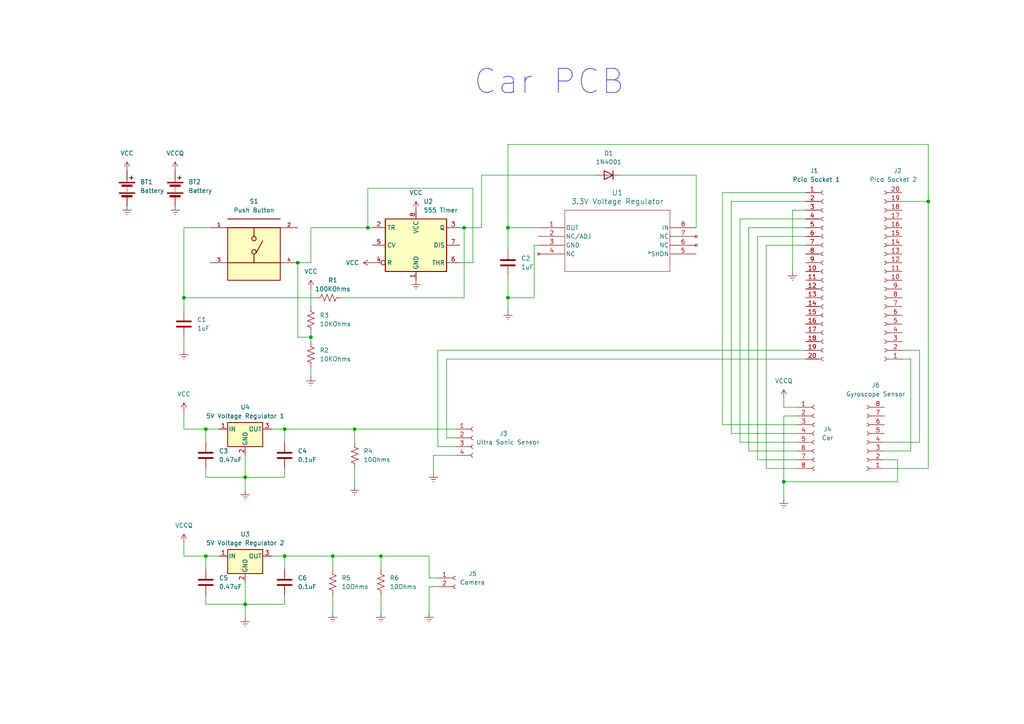
<source format=kicad_sch>
(kicad_sch (version 20230121) (generator eeschema)
  (paper "A4")
  (lib_symbols
    (symbol "Connector:Conn_01x02_Socket" (pin_names (offset 1.016) hide)
      (property "Reference" "J" (at 0 2.54 0))
      (property "Value" "Conn_01x02_Socket" (at 0 -5.08 0))
      (symbol "Conn_01x02_Socket_1_1"
        (arc (start 0 -2.032) (mid -0.5058 -2.54) (end 0 -3.048) (stroke (width 0.1524)))
        (polyline (pts (xy -1.27 -2.54) (xy -0.508 -2.54)) (stroke (width 0.1524)))
        (polyline (pts (xy -1.27 0) (xy -0.508 0)) (stroke (width 0.1524)))
        (arc (start 0 0.508) (mid -0.5058 0) (end 0 -0.508) (stroke (width 0.1524)))
        (pin passive line (at -5.08 0 0) (length 3.81) (name "Pin_1") (number "1"))
        (pin passive line (at -5.08 -2.54 0) (length 3.81) (name "Pin_2") (number "2"))
      )
    )
    (symbol "Connector:Conn_01x04_Socket" (pin_names (offset 1.016) hide)
      (property "Reference" "J" (at 0 5.08 0))
      (property "Value" "Conn_01x04_Socket" (at 0 -7.62 0))
      (symbol "Conn_01x04_Socket_1_1"
        (arc (start 0 -4.572) (mid -0.5058 -5.08) (end 0 -5.588) (stroke (width 0.1524)))
        (arc (start 0 -2.032) (mid -0.5058 -2.54) (end 0 -3.048) (stroke (width 0.1524)))
        (polyline (pts (xy -1.27 -5.08) (xy -0.508 -5.08)) (stroke (width 0.1524)))
        (polyline (pts (xy -1.27 -2.54) (xy -0.508 -2.54)) (stroke (width 0.1524)))
        (polyline (pts (xy -1.27 0) (xy -0.508 0)) (stroke (width 0.1524)))
        (polyline (pts (xy -1.27 2.54) (xy -0.508 2.54)) (stroke (width 0.1524)))
        (arc (start 0 0.508) (mid -0.5058 0) (end 0 -0.508) (stroke (width 0.1524)))
        (arc (start 0 3.048) (mid -0.5058 2.54) (end 0 2.032) (stroke (width 0.1524)))
        (pin passive line (at -5.08 2.54 0) (length 3.81) (name "Pin_1") (number "1"))
        (pin passive line (at -5.08 0 0) (length 3.81) (name "Pin_2") (number "2"))
        (pin passive line (at -5.08 -2.54 0) (length 3.81) (name "Pin_3") (number "3"))
        (pin passive line (at -5.08 -5.08 0) (length 3.81) (name "Pin_4") (number "4"))
      )
    )
    (symbol "Connector:Conn_01x08_Socket" (pin_names (offset 1.016) hide)
      (property "Reference" "J" (at 0 10.16 0))
      (property "Value" "Conn_01x08_Socket" (at 0 -12.7 0))
      (symbol "Conn_01x08_Socket_1_1"
        (arc (start 0 -9.652) (mid -0.5058 -10.16) (end 0 -10.668) (stroke (width 0.1524)))
        (arc (start 0 -7.112) (mid -0.5058 -7.62) (end 0 -8.128) (stroke (width 0.1524)))
        (arc (start 0 -4.572) (mid -0.5058 -5.08) (end 0 -5.588) (stroke (width 0.1524)))
        (arc (start 0 -2.032) (mid -0.5058 -2.54) (end 0 -3.048) (stroke (width 0.1524)))
        (polyline (pts (xy -1.27 -10.16) (xy -0.508 -10.16)) (stroke (width 0.1524)))
        (polyline (pts (xy -1.27 -7.62) (xy -0.508 -7.62)) (stroke (width 0.1524)))
        (polyline (pts (xy -1.27 -5.08) (xy -0.508 -5.08)) (stroke (width 0.1524)))
        (polyline (pts (xy -1.27 -2.54) (xy -0.508 -2.54)) (stroke (width 0.1524)))
        (polyline (pts (xy -1.27 0) (xy -0.508 0)) (stroke (width 0.1524)))
        (polyline (pts (xy -1.27 2.54) (xy -0.508 2.54)) (stroke (width 0.1524)))
        (polyline (pts (xy -1.27 5.08) (xy -0.508 5.08)) (stroke (width 0.1524)))
        (polyline (pts (xy -1.27 7.62) (xy -0.508 7.62)) (stroke (width 0.1524)))
        (arc (start 0 0.508) (mid -0.5058 0) (end 0 -0.508) (stroke (width 0.1524)))
        (arc (start 0 3.048) (mid -0.5058 2.54) (end 0 2.032) (stroke (width 0.1524)))
        (arc (start 0 5.588) (mid -0.5058 5.08) (end 0 4.572) (stroke (width 0.1524)))
        (arc (start 0 8.128) (mid -0.5058 7.62) (end 0 7.112) (stroke (width 0.1524)))
        (pin passive line (at -5.08 7.62 0) (length 3.81) (name "Pin_1") (number "1"))
        (pin passive line (at -5.08 5.08 0) (length 3.81) (name "Pin_2") (number "2"))
        (pin passive line (at -5.08 2.54 0) (length 3.81) (name "Pin_3") (number "3"))
        (pin passive line (at -5.08 0 0) (length 3.81) (name "Pin_4") (number "4"))
        (pin passive line (at -5.08 -2.54 0) (length 3.81) (name "Pin_5") (number "5"))
        (pin passive line (at -5.08 -5.08 0) (length 3.81) (name "Pin_6") (number "6"))
        (pin passive line (at -5.08 -7.62 0) (length 3.81) (name "Pin_7") (number "7"))
        (pin passive line (at -5.08 -10.16 0) (length 3.81) (name "Pin_8") (number "8"))
      )
    )
    (symbol "Connector:Conn_01x20_Socket" (pin_names (offset 1.016) hide)
      (property "Reference" "J" (at 0 25.4 0))
      (property "Value" "Conn_01x20_Socket" (at 0 -27.94 0))
      (symbol "Conn_01x20_Socket_1_1"
        (arc (start 0 -24.892) (mid -0.5058 -25.4) (end 0 -25.908) (stroke (width 0.1524)))
        (arc (start 0 -22.352) (mid -0.5058 -22.86) (end 0 -23.368) (stroke (width 0.1524)))
        (arc (start 0 -19.812) (mid -0.5058 -20.32) (end 0 -20.828) (stroke (width 0.1524)))
        (arc (start 0 -17.272) (mid -0.5058 -17.78) (end 0 -18.288) (stroke (width 0.1524)))
        (arc (start 0 -14.732) (mid -0.5058 -15.24) (end 0 -15.748) (stroke (width 0.1524)))
        (arc (start 0 -12.192) (mid -0.5058 -12.7) (end 0 -13.208) (stroke (width 0.1524)))
        (arc (start 0 -9.652) (mid -0.5058 -10.16) (end 0 -10.668) (stroke (width 0.1524)))
        (arc (start 0 -7.112) (mid -0.5058 -7.62) (end 0 -8.128) (stroke (width 0.1524)))
        (arc (start 0 -4.572) (mid -0.5058 -5.08) (end 0 -5.588) (stroke (width 0.1524)))
        (arc (start 0 -2.032) (mid -0.5058 -2.54) (end 0 -3.048) (stroke (width 0.1524)))
        (polyline (pts (xy -1.27 -25.4) (xy -0.508 -25.4)) (stroke (width 0.1524)))
        (polyline (pts (xy -1.27 -22.86) (xy -0.508 -22.86)) (stroke (width 0.1524)))
        (polyline (pts (xy -1.27 -20.32) (xy -0.508 -20.32)) (stroke (width 0.1524)))
        (polyline (pts (xy -1.27 -17.78) (xy -0.508 -17.78)) (stroke (width 0.1524)))
        (polyline (pts (xy -1.27 -15.24) (xy -0.508 -15.24)) (stroke (width 0.1524)))
        (polyline (pts (xy -1.27 -12.7) (xy -0.508 -12.7)) (stroke (width 0.1524)))
        (polyline (pts (xy -1.27 -10.16) (xy -0.508 -10.16)) (stroke (width 0.1524)))
        (polyline (pts (xy -1.27 -7.62) (xy -0.508 -7.62)) (stroke (width 0.1524)))
        (polyline (pts (xy -1.27 -5.08) (xy -0.508 -5.08)) (stroke (width 0.1524)))
        (polyline (pts (xy -1.27 -2.54) (xy -0.508 -2.54)) (stroke (width 0.1524)))
        (polyline (pts (xy -1.27 0) (xy -0.508 0)) (stroke (width 0.1524)))
        (polyline (pts (xy -1.27 2.54) (xy -0.508 2.54)) (stroke (width 0.1524)))
        (polyline (pts (xy -1.27 5.08) (xy -0.508 5.08)) (stroke (width 0.1524)))
        (polyline (pts (xy -1.27 7.62) (xy -0.508 7.62)) (stroke (width 0.1524)))
        (polyline (pts (xy -1.27 10.16) (xy -0.508 10.16)) (stroke (width 0.1524)))
        (polyline (pts (xy -1.27 12.7) (xy -0.508 12.7)) (stroke (width 0.1524)))
        (polyline (pts (xy -1.27 15.24) (xy -0.508 15.24)) (stroke (width 0.1524)))
        (polyline (pts (xy -1.27 17.78) (xy -0.508 17.78)) (stroke (width 0.1524)))
        (polyline (pts (xy -1.27 20.32) (xy -0.508 20.32)) (stroke (width 0.1524)))
        (polyline (pts (xy -1.27 22.86) (xy -0.508 22.86)) (stroke (width 0.1524)))
        (arc (start 0 0.508) (mid -0.5058 0) (end 0 -0.508) (stroke (width 0.1524)))
        (arc (start 0 3.048) (mid -0.5058 2.54) (end 0 2.032) (stroke (width 0.1524)))
        (arc (start 0 5.588) (mid -0.5058 5.08) (end 0 4.572) (stroke (width 0.1524)))
        (arc (start 0 8.128) (mid -0.5058 7.62) (end 0 7.112) (stroke (width 0.1524)))
        (arc (start 0 10.668) (mid -0.5058 10.16) (end 0 9.652) (stroke (width 0.1524)))
        (arc (start 0 13.208) (mid -0.5058 12.7) (end 0 12.192) (stroke (width 0.1524)))
        (arc (start 0 15.748) (mid -0.5058 15.24) (end 0 14.732) (stroke (width 0.1524)))
        (arc (start 0 18.288) (mid -0.5058 17.78) (end 0 17.272) (stroke (width 0.1524)))
        (arc (start 0 20.828) (mid -0.5058 20.32) (end 0 19.812) (stroke (width 0.1524)))
        (arc (start 0 23.368) (mid -0.5058 22.86) (end 0 22.352) (stroke (width 0.1524)))
        (pin passive line (at -5.08 22.86 0) (length 3.81) (name "Pin_1") (number "1"))
        (pin passive line (at -5.08 0 0) (length 3.81) (name "Pin_10") (number "10"))
        (pin passive line (at -5.08 -2.54 0) (length 3.81) (name "Pin_11") (number "11"))
        (pin passive line (at -5.08 -5.08 0) (length 3.81) (name "Pin_12") (number "12"))
        (pin passive line (at -5.08 -7.62 0) (length 3.81) (name "Pin_13") (number "13"))
        (pin passive line (at -5.08 -10.16 0) (length 3.81) (name "Pin_14") (number "14"))
        (pin passive line (at -5.08 -12.7 0) (length 3.81) (name "Pin_15") (number "15"))
        (pin passive line (at -5.08 -15.24 0) (length 3.81) (name "Pin_16") (number "16"))
        (pin passive line (at -5.08 -17.78 0) (length 3.81) (name "Pin_17") (number "17"))
        (pin passive line (at -5.08 -20.32 0) (length 3.81) (name "Pin_18") (number "18"))
        (pin passive line (at -5.08 -22.86 0) (length 3.81) (name "Pin_19") (number "19"))
        (pin passive line (at -5.08 20.32 0) (length 3.81) (name "Pin_2") (number "2"))
        (pin passive line (at -5.08 -25.4 0) (length 3.81) (name "Pin_20") (number "20"))
        (pin passive line (at -5.08 17.78 0) (length 3.81) (name "Pin_3") (number "3"))
        (pin passive line (at -5.08 15.24 0) (length 3.81) (name "Pin_4") (number "4"))
        (pin passive line (at -5.08 12.7 0) (length 3.81) (name "Pin_5") (number "5"))
        (pin passive line (at -5.08 10.16 0) (length 3.81) (name "Pin_6") (number "6"))
        (pin passive line (at -5.08 7.62 0) (length 3.81) (name "Pin_7") (number "7"))
        (pin passive line (at -5.08 5.08 0) (length 3.81) (name "Pin_8") (number "8"))
        (pin passive line (at -5.08 2.54 0) (length 3.81) (name "Pin_9") (number "9"))
      )
    )
    (symbol "Device:Battery" (pin_numbers hide) (pin_names (offset 0) hide)
      (property "Reference" "BT" (at 2.54 2.54 0))
      (property "Value" "Battery" (at 2.54 0 0))
      (symbol "Battery_0_1"
        (rectangle (start -2.286 -1.27) (end 2.286 -1.524) (fill (type outline)))
        (rectangle (start -2.286 1.778) (end 2.286 1.524) (fill (type outline)))
        (rectangle (start -1.524 -2.032) (end 1.524 -2.54) (fill (type outline)))
        (rectangle (start -1.524 1.016) (end 1.524 0.508) (fill (type outline)))
        (polyline (pts (xy 0 -1.016) (xy 0 -0.762)))
        (polyline (pts (xy 0 -0.508) (xy 0 -0.254)))
        (polyline (pts (xy 0 0) (xy 0 0.254)))
        (polyline (pts (xy 0 1.778) (xy 0 2.54)))
        (polyline (pts (xy 0.762 3.048) (xy 1.778 3.048)) (stroke (width 0.254)))
        (polyline (pts (xy 1.27 3.556) (xy 1.27 2.54)) (stroke (width 0.254)))
      )
      (symbol "Battery_1_1"
        (pin passive line (at 0 5.08 270) (length 2.54) (name "+") (number "1"))
        (pin passive line (at 0 -5.08 90) (length 2.54) (name "-") (number "2"))
      )
    )
    (symbol "Device:C" (pin_numbers hide) (pin_names (offset 0.254))
      (property "Reference" "C" (at 0.635 2.54 0))
      (property "Value" "C" (at 0.635 -2.54 0))
      (symbol "C_0_1"
        (polyline (pts (xy -2.032 -0.762) (xy 2.032 -0.762)) (stroke (width 0.508)))
        (polyline (pts (xy -2.032 0.762) (xy 2.032 0.762)) (stroke (width 0.508)))
      )
      (symbol "C_1_1"
        (pin passive line (at 0 3.81 270) (length 2.794) (name "~") (number "1"))
        (pin passive line (at 0 -3.81 90) (length 2.794) (name "~") (number "2"))
      )
    )
    (symbol "Device:R_US" (pin_numbers hide) (pin_names (offset 0))
      (property "Reference" "R" (at 2.54 0 90))
      (property "Value" "R_US" (at -2.54 0 90))
      (symbol "R_US_0_1"
        (polyline (pts (xy 0 -2.286) (xy 0 -2.54)))
        (polyline (pts (xy 0 2.286) (xy 0 2.54)))
        (polyline (pts (xy 0 -0.762) (xy 1.016 -1.143) (xy 0 -1.524) (xy -1.016 -1.905) (xy 0 -2.286)))
        (polyline (pts (xy 0 0.762) (xy 1.016 0.381) (xy 0 0) (xy -1.016 -0.381) (xy 0 -0.762)))
        (polyline (pts (xy 0 2.286) (xy 1.016 1.905) (xy 0 1.524) (xy -1.016 1.143) (xy 0 0.762)))
      )
      (symbol "R_US_1_1"
        (pin passive line (at 0 3.81 270) (length 1.27) (name "~") (number "1"))
        (pin passive line (at 0 -3.81 90) (length 1.27) (name "~") (number "2"))
      )
    )
    (symbol "Diode:1N4001" (pin_numbers hide) (pin_names hide)
      (property "Reference" "D" (at 0 2.54 0))
      (property "Value" "1N4001" (at 0 -2.54 0))
      (symbol "1N4001_0_1"
        (polyline (pts (xy -1.27 1.27) (xy -1.27 -1.27)) (stroke (width 0.254)))
        (polyline (pts (xy 1.27 0) (xy -1.27 0)))
        (polyline (pts (xy 1.27 1.27) (xy 1.27 -1.27) (xy -1.27 0) (xy 1.27 1.27)) (stroke (width 0.254)))
      )
      (symbol "1N4001_1_1"
        (pin passive line (at -3.81 0 0) (length 2.54) (name "K") (number "1"))
        (pin passive line (at 3.81 0 180) (length 2.54) (name "A") (number "2"))
      )
    )
    (symbol "LT1121CN8_PBF:LT1121CN8-PBF" (pin_names (offset 0.254))
      (property "Reference" "U" (at 22.86 10.16 0))
      (property "Value" "LT1121CN8-PBF" (at 22.86 7.62 0))
      (symbol "LT1121CN8-PBF_0_1"
        (polyline (pts (xy 7.62 -12.7) (xy 38.1 -12.7)) (stroke (width 0.127)))
        (polyline (pts (xy 7.62 5.08) (xy 7.62 -12.7)) (stroke (width 0.127)))
        (polyline (pts (xy 38.1 -12.7) (xy 38.1 5.08)) (stroke (width 0.127)))
        (polyline (pts (xy 38.1 5.08) (xy 7.62 5.08)) (stroke (width 0.127)))
        (pin output line (at 0 0 0) (length 7.62) (name "OUT") (number "1"))
        (pin bidirectional line (at 0 -2.54 0) (length 7.62) (name "NC/ADJ") (number "2"))
        (pin power_in line (at 0 -5.08 0) (length 7.62) (name "GND") (number "3"))
        (pin no_connect line (at 0 -7.62 0) (length 7.62) (name "NC") (number "4"))
        (pin unspecified line (at 45.72 -7.62 180) (length 7.62) (name "*SHDN") (number "5"))
        (pin no_connect line (at 45.72 -5.08 180) (length 7.62) (name "NC") (number "6"))
        (pin no_connect line (at 45.72 -2.54 180) (length 7.62) (name "NC") (number "7"))
        (pin input line (at 45.72 0 180) (length 7.62) (name "IN") (number "8"))
      )
    )
    (symbol "Regulator_Linear:L7805" (pin_names (offset 0.254))
      (property "Reference" "U" (at -3.81 3.175 0))
      (property "Value" "L7805" (at 0 3.175 0))
      (symbol "L7805_0_1"
        (rectangle (start -5.08 1.905) (end 5.08 -5.08) (stroke (width 0.254)) (fill (type background)))
      )
      (symbol "L7805_1_1"
        (pin power_in line (at -7.62 0 0) (length 2.54) (name "IN") (number "1"))
        (pin power_in line (at 0 -7.62 90) (length 2.54) (name "GND") (number "2"))
        (pin power_out line (at 7.62 0 180) (length 2.54) (name "OUT") (number "3"))
      )
    )
    (symbol "TS02-66-60-BK-100-LCR-D:TS02-66-60-BK-160-LCR-D" (pin_names (offset 1.016) hide)
      (property "Reference" "S" (at -7.62 8.382 0))
      (property "Value" "TS02-66-60-BK-160-LCR-D" (at -7.62 -8.382 0))
      (symbol "TS02-66-60-BK-160-LCR-D_0_0"
        (rectangle (start -7.62 -10.16) (end 7.62 5.08) (stroke (width 0.254)) (fill (type background)))
        (circle (center 0 -1.905) (radius 0.635) (stroke (width 0.254)))
        (polyline (pts (xy 0 -2.54) (xy 0 -5.08)) (stroke (width 0.254)))
        (polyline (pts (xy 0 5.08) (xy 0 2.54)) (stroke (width 0.254)))
        (polyline (pts (xy 0.635 -2.2352) (xy 2.54 1.27)) (stroke (width 0.254)))
        (polyline (pts (xy 7.62 -5.08) (xy -7.62 -5.08)) (stroke (width 0.254)))
        (polyline (pts (xy 7.62 5.08) (xy -7.62 5.08)) (stroke (width 0.254)))
        (polyline (pts (xy 7.62 7.62) (xy -7.62 7.62)) (stroke (width 0.254)))
        (circle (center 0 1.905) (radius 0.635) (stroke (width 0.254)))
        (pin passive line (at -12.7 5.08 0) (length 5.08) (name "~") (number "1"))
        (pin passive line (at 12.7 5.08 180) (length 5.08) (name "~") (number "2"))
        (pin passive line (at -12.7 -5.08 0) (length 5.08) (name "~") (number "3"))
        (pin passive line (at 12.7 -5.08 180) (length 5.08) (name "~") (number "4"))
      )
    )
    (symbol "Timer:NE555P"
      (property "Reference" "U" (at -10.16 8.89 0))
      (property "Value" "NE555P" (at 2.54 8.89 0))
      (symbol "NE555P_0_0"
        (pin power_in line (at 0 -10.16 90) (length 2.54) (name "GND") (number "1"))
        (pin power_in line (at 0 10.16 270) (length 2.54) (name "VCC") (number "8"))
      )
      (symbol "NE555P_0_1"
        (rectangle (start -8.89 -7.62) (end 8.89 7.62) (stroke (width 0.254)) (fill (type background)))
        (rectangle (start -8.89 -7.62) (end 8.89 7.62) (stroke (width 0.254)) (fill (type background)))
      )
      (symbol "NE555P_1_1"
        (pin input line (at -12.7 5.08 0) (length 3.81) (name "TR") (number "2"))
        (pin output line (at 12.7 5.08 180) (length 3.81) (name "Q") (number "3"))
        (pin input inverted (at -12.7 -5.08 0) (length 3.81) (name "R") (number "4"))
        (pin input line (at -12.7 0 0) (length 3.81) (name "CV") (number "5"))
        (pin input line (at 12.7 -5.08 180) (length 3.81) (name "THR") (number "6"))
        (pin input line (at 12.7 0 180) (length 3.81) (name "DIS") (number "7"))
      )
    )
    (symbol "power:Earth" (power) (pin_names (offset 0))
      (symbol "Earth_0_1"
        (polyline (pts (xy -0.635 -1.905) (xy 0.635 -1.905)))
        (polyline (pts (xy -0.127 -2.54) (xy 0.127 -2.54)))
        (polyline (pts (xy 0 -1.27) (xy 0 0)))
        (polyline (pts (xy 1.27 -1.27) (xy -1.27 -1.27)))
      )
      (symbol "Earth_1_1"
        (pin power_in line (at 0 0 270) (length 0) hide (name "Earth") (number "1"))
      )
    )
    (symbol "power:VCC" (power) (pin_names (offset 0))
      (property "Value" "VCC" (at 0 3.81 0))
      (symbol "VCC_0_1"
        (polyline (pts (xy -0.762 1.27) (xy 0 2.54)))
        (polyline (pts (xy 0 0) (xy 0 2.54)))
        (polyline (pts (xy 0 2.54) (xy 0.762 1.27)))
      )
      (symbol "VCC_1_1"
        (pin power_in line (at 0 0 90) (length 0) hide (name "VCC") (number "1"))
      )
    )
    (symbol "power:VCCQ" (power) (pin_names (offset 0))
      (property "Value" "VCCQ" (at 0 3.81 0))
      (symbol "VCCQ_0_1"
        (polyline (pts (xy -0.762 1.27) (xy 0 2.54)))
        (polyline (pts (xy 0 0) (xy 0 2.54)))
        (polyline (pts (xy 0 2.54) (xy 0.762 1.27)))
      )
      (symbol "VCCQ_1_1"
        (pin power_in line (at 0 0 90) (length 0) hide (name "VCCQ") (number "1"))
      )
    )
  )
  (junction (at 134.62 66.04))
  (junction (at 59.69 124.46))
  (junction (at 53.34 86.36))
  (junction (at 86.36 76.2))
  (junction (at 96.52 161.29))
  (junction (at 269.24 58.42))
  (junction (at 147.32 86.36))
  (junction (at 82.55 161.29))
  (junction (at 71.12 175.26))
  (junction (at 106.68 66.04))
  (junction (at 110.49 161.29))
  (junction (at 59.69 161.29))
  (junction (at 227.33 139.7))
  (junction (at 82.55 124.46))
  (junction (at 147.32 66.04))
  (junction (at 102.87 124.46))
  (junction (at 90.17 97.79))
  (junction (at 71.12 138.43))
  (wire (pts (xy 132.08 132.08) (xy 125.73 132.08)))
  (wire (pts (xy 110.49 161.29) (xy 110.49 165.1)))
  (wire (pts (xy 147.32 66.04) (xy 147.32 72.39)))
  (wire (pts (xy 133.35 66.04) (xy 134.62 66.04)))
  (wire (pts (xy 227.33 118.11) (xy 231.14 118.11)))
  (wire (pts (xy 147.32 41.91) (xy 269.24 41.91)))
  (wire (pts (xy 59.69 135.89) (xy 59.69 138.43)))
  (wire (pts (xy 256.54 133.35) (xy 260.35 133.35)))
  (wire (pts (xy 139.7 50.8) (xy 172.72 50.8)))
  (wire (pts (xy 147.32 86.36) (xy 154.94 86.36)))
  (wire (pts (xy 214.63 63.5) (xy 214.63 128.27)))
  (wire (pts (xy 125.73 132.08) (xy 125.73 137.16)))
  (wire (pts (xy 71.12 175.26) (xy 71.12 179.07)))
  (wire (pts (xy 106.68 54.61) (xy 137.16 54.61)))
  (wire (pts (xy 86.36 97.79) (xy 90.17 97.79)))
  (wire (pts (xy 82.55 161.29) (xy 96.52 161.29)))
  (wire (pts (xy 53.34 97.79) (xy 53.34 101.6)))
  (wire (pts (xy 59.69 124.46) (xy 59.69 128.27)))
  (wire (pts (xy 90.17 97.79) (xy 90.17 96.52)))
  (wire (pts (xy 269.24 41.91) (xy 269.24 58.42)))
  (wire (pts (xy 71.12 168.91) (xy 71.12 175.26)))
  (wire (pts (xy 201.93 50.8) (xy 201.93 66.04)))
  (wire (pts (xy 256.54 135.89) (xy 269.24 135.89)))
  (wire (pts (xy 82.55 138.43) (xy 71.12 138.43)))
  (wire (pts (xy 217.17 66.04) (xy 217.17 130.81)))
  (wire (pts (xy 147.32 86.36) (xy 147.32 90.17)))
  (wire (pts (xy 209.55 123.19) (xy 231.14 123.19)))
  (wire (pts (xy 212.09 58.42) (xy 212.09 125.73)))
  (wire (pts (xy 227.33 115.57) (xy 227.33 118.11)))
  (wire (pts (xy 219.71 133.35) (xy 231.14 133.35)))
  (wire (pts (xy 229.87 60.96) (xy 233.68 60.96)))
  (wire (pts (xy 106.68 66.04) (xy 106.68 54.61)))
  (wire (pts (xy 53.34 66.04) (xy 53.34 86.36)))
  (wire (pts (xy 124.46 167.64) (xy 127 167.64)))
  (wire (pts (xy 96.52 161.29) (xy 96.52 165.1)))
  (wire (pts (xy 96.52 161.29) (xy 110.49 161.29)))
  (wire (pts (xy 219.71 68.58) (xy 219.71 133.35)))
  (wire (pts (xy 86.36 76.2) (xy 86.36 97.79)))
  (wire (pts (xy 260.35 133.35) (xy 260.35 139.7)))
  (wire (pts (xy 82.55 124.46) (xy 102.87 124.46)))
  (wire (pts (xy 53.34 86.36) (xy 53.34 90.17)))
  (wire (pts (xy 156.21 71.12) (xy 154.94 71.12)))
  (wire (pts (xy 82.55 175.26) (xy 71.12 175.26)))
  (wire (pts (xy 256.54 130.81) (xy 264.16 130.81)))
  (wire (pts (xy 264.16 130.81) (xy 264.16 104.14)))
  (wire (pts (xy 78.74 161.29) (xy 82.55 161.29)))
  (wire (pts (xy 180.34 50.8) (xy 201.93 50.8)))
  (wire (pts (xy 59.69 172.72) (xy 59.69 175.26)))
  (wire (pts (xy 154.94 71.12) (xy 154.94 86.36)))
  (wire (pts (xy 90.17 66.04) (xy 90.17 76.2)))
  (wire (pts (xy 129.54 104.14) (xy 233.68 104.14)))
  (wire (pts (xy 127 129.54) (xy 132.08 129.54)))
  (wire (pts (xy 53.34 124.46) (xy 59.69 124.46)))
  (wire (pts (xy 134.62 86.36) (xy 134.62 66.04)))
  (wire (pts (xy 147.32 66.04) (xy 156.21 66.04)))
  (wire (pts (xy 82.55 124.46) (xy 82.55 128.27)))
  (wire (pts (xy 59.69 175.26) (xy 71.12 175.26)))
  (wire (pts (xy 71.12 132.08) (xy 71.12 138.43)))
  (wire (pts (xy 106.68 66.04) (xy 107.95 66.04)))
  (wire (pts (xy 90.17 97.79) (xy 90.17 99.06)))
  (wire (pts (xy 53.34 124.46) (xy 53.34 119.38)))
  (wire (pts (xy 110.49 161.29) (xy 124.46 161.29)))
  (wire (pts (xy 127 170.18) (xy 124.46 170.18)))
  (wire (pts (xy 82.55 172.72) (xy 82.55 175.26)))
  (wire (pts (xy 147.32 66.04) (xy 147.32 41.91)))
  (wire (pts (xy 134.62 66.04) (xy 139.7 66.04)))
  (wire (pts (xy 137.16 76.2) (xy 133.35 76.2)))
  (wire (pts (xy 82.55 161.29) (xy 82.55 165.1)))
  (wire (pts (xy 82.55 135.89) (xy 82.55 138.43)))
  (wire (pts (xy 99.06 86.36) (xy 134.62 86.36)))
  (wire (pts (xy 137.16 54.61) (xy 137.16 76.2)))
  (wire (pts (xy 214.63 128.27) (xy 231.14 128.27)))
  (wire (pts (xy 96.52 172.72) (xy 96.52 177.8)))
  (wire (pts (xy 59.69 124.46) (xy 63.5 124.46)))
  (wire (pts (xy 212.09 125.73) (xy 231.14 125.73)))
  (wire (pts (xy 132.08 127) (xy 129.54 127)))
  (wire (pts (xy 269.24 58.42) (xy 261.62 58.42)))
  (wire (pts (xy 222.25 135.89) (xy 231.14 135.89)))
  (wire (pts (xy 102.87 135.89) (xy 102.87 140.97)))
  (wire (pts (xy 102.87 124.46) (xy 102.87 128.27)))
  (wire (pts (xy 264.16 104.14) (xy 261.62 104.14)))
  (wire (pts (xy 71.12 138.43) (xy 71.12 142.24)))
  (wire (pts (xy 60.96 66.04) (xy 53.34 66.04)))
  (wire (pts (xy 233.68 55.88) (xy 209.55 55.88)))
  (wire (pts (xy 59.69 161.29) (xy 63.5 161.29)))
  (wire (pts (xy 209.55 55.88) (xy 209.55 123.19)))
  (wire (pts (xy 127 101.6) (xy 233.68 101.6)))
  (wire (pts (xy 53.34 86.36) (xy 91.44 86.36)))
  (wire (pts (xy 229.87 60.96) (xy 229.87 78.74)))
  (wire (pts (xy 124.46 161.29) (xy 124.46 167.64)))
  (wire (pts (xy 127 101.6) (xy 127 129.54)))
  (wire (pts (xy 233.68 68.58) (xy 219.71 68.58)))
  (wire (pts (xy 59.69 161.29) (xy 59.69 165.1)))
  (wire (pts (xy 227.33 139.7) (xy 227.33 120.65)))
  (wire (pts (xy 227.33 144.78) (xy 227.33 139.7)))
  (wire (pts (xy 217.17 130.81) (xy 231.14 130.81)))
  (wire (pts (xy 86.36 76.2) (xy 90.17 76.2)))
  (wire (pts (xy 233.68 66.04) (xy 217.17 66.04)))
  (wire (pts (xy 266.7 128.27) (xy 266.7 101.6)))
  (wire (pts (xy 90.17 66.04) (xy 106.68 66.04)))
  (wire (pts (xy 227.33 120.65) (xy 231.14 120.65)))
  (wire (pts (xy 78.74 124.46) (xy 82.55 124.46)))
  (wire (pts (xy 110.49 172.72) (xy 110.49 177.8)))
  (wire (pts (xy 256.54 128.27) (xy 266.7 128.27)))
  (wire (pts (xy 129.54 127) (xy 129.54 104.14)))
  (wire (pts (xy 139.7 66.04) (xy 139.7 50.8)))
  (wire (pts (xy 233.68 58.42) (xy 212.09 58.42)))
  (wire (pts (xy 90.17 106.68) (xy 90.17 109.22)))
  (wire (pts (xy 269.24 135.89) (xy 269.24 58.42)))
  (wire (pts (xy 266.7 101.6) (xy 261.62 101.6)))
  (wire (pts (xy 90.17 83.82) (xy 90.17 88.9)))
  (wire (pts (xy 59.69 138.43) (xy 71.12 138.43)))
  (wire (pts (xy 233.68 71.12) (xy 222.25 71.12)))
  (wire (pts (xy 227.33 139.7) (xy 260.35 139.7)))
  (wire (pts (xy 147.32 80.01) (xy 147.32 86.36)))
  (wire (pts (xy 102.87 124.46) (xy 132.08 124.46)))
  (wire (pts (xy 222.25 71.12) (xy 222.25 135.89)))
  (wire (pts (xy 53.34 161.29) (xy 59.69 161.29)))
  (wire (pts (xy 124.46 170.18) (xy 124.46 177.8)))
  (wire (pts (xy 233.68 63.5) (xy 214.63 63.5)))
  (wire (pts (xy 53.34 157.48) (xy 53.34 161.29)))
  (text "Car PCB" (at 137.16 27.94 0) (effects (font (size 7 7)) (justify left bottom)))
  (symbol (lib_id "Device:R_US") (at 96.52 168.91 180) (unit 1)
    (property "Reference" "R5" (at 99.06 167.64 0) (effects (justify right)))
    (property "Value" "10Ohms" (at 99.06 170.18 0) (effects (justify right)))
    (property "Footprint" "Resistor_THT:R_Axial_DIN0204_L3.6mm_D1.6mm_P5.08mm_Horizontal" (effects hide))
  )
  (symbol (lib_id "Device:C") (at 82.55 132.08 0) (unit 1)
    (property "Reference" "C4" (at 86.36 130.81 0) (effects (justify left)))
    (property "Value" "0.1uF" (at 86.36 133.35 0) (effects (justify left)))
    (property "Footprint" "Capacitor_THT:CP_Radial_Tantal_D4.5mm_P5.00mm" (effects hide))
  )
  (symbol (lib_id "Regulator_Linear:L7805") (at 71.12 161.29 0) (unit 1)
    (property "Reference" "U3" (at 71.12 154.94 0))
    (property "Value" "5V Voltage Regulator 2" (at 71.12 157.48 0))
    (property "Footprint" "Connector_Hirose:Hirose_DF13-03P-1.25DSA_1x03_P1.25mm_Vertical" (effects hide))
    (property "Datasheet" "http://www.st.com/content/ccc/resource/technical/document/datasheet/41/4f/b3/b0/12/d4/47/88/CD00000444.pdf/files/CD00000444.pdf/jcr:content/translations/en.CD00000444.pdf" (effects hide))
  )
  (symbol (lib_id "Timer:NE555P") (at 120.65 71.12 0) (unit 1)
    (property "Reference" "U2" (at 122.8441 58.42 0) (effects (justify left)))
    (property "Value" "555 Timer" (at 122.8441 60.96 0) (effects (justify left)))
    (property "Footprint" "Package_DIP:DIP-8_W7.62mm" (effects hide))
    (property "Datasheet" "http://www.ti.com/lit/ds/symlink/ne555.pdf" (effects hide))
  )
  (symbol (lib_id "power:Earth") (at 147.32 90.17 0) (unit 1)
    (property "Reference" "#PWR06" (effects hide))
    (property "Value" "Earth" (effects hide))
  )
  (symbol (lib_id "Device:R_US") (at 90.17 102.87 180) (unit 1)
    (property "Reference" "R2" (at 92.71 101.6 0) (effects (justify right)))
    (property "Value" "10KOhms" (at 92.71 104.14 0) (effects (justify right)))
    (property "Footprint" "Resistor_THT:R_Axial_DIN0204_L3.6mm_D1.6mm_P5.08mm_Horizontal" (effects hide))
  )
  (symbol (lib_id "Device:Battery") (at 50.8 54.61 0) (unit 1)
    (property "Reference" "BT2" (at 54.61 52.7685 0) (effects (justify left)))
    (property "Value" "Battery" (at 54.61 55.3085 0) (effects (justify left)))
    (property "Footprint" "Connector_PinHeader_2.54mm:PinHeader_1x02_P2.54mm_Vertical" (effects hide))
  )
  (symbol (lib_id "power:VCCQ") (at 227.33 115.57 0) (unit 1)
    (property "Reference" "#PWR013" (effects hide))
    (property "Value" "VCCQ" (at 227.33 110.49 0))
  )
  (symbol (lib_id "power:Earth") (at 124.46 177.8 0) (unit 1)
    (property "Reference" "#PWR018" (effects hide))
    (property "Value" "Earth" (effects hide))
  )
  (symbol (lib_id "Connector:Conn_01x08_Socket") (at 236.22 125.73 0) (unit 1)
    (property "Reference" "J4" (at 240.03 124.46 0))
    (property "Value" "Car" (at 240.03 127 0))
    (property "Footprint" "Connector_PinHeader_2.54mm:PinHeader_1x08_P2.54mm_Vertical" (effects hide))
  )
  (symbol (lib_id "power:VCC") (at 53.34 119.38 0) (unit 1)
    (property "Reference" "#PWR08" (effects hide))
    (property "Value" "VCC" (at 53.34 114.3 0))
  )
  (symbol (lib_id "power:Earth") (at 96.52 177.8 0) (unit 1)
    (property "Reference" "#PWR017" (effects hide))
    (property "Value" "Earth" (effects hide))
  )
  (symbol (lib_id "Device:C") (at 82.55 168.91 0) (unit 1)
    (property "Reference" "C6" (at 86.36 167.64 0) (effects (justify left)))
    (property "Value" "0.1uF" (at 86.36 170.18 0) (effects (justify left)))
    (property "Footprint" "Capacitor_THT:CP_Radial_Tantal_D4.5mm_P5.00mm" (effects hide))
  )
  (symbol (lib_id "power:Earth") (at 71.12 179.07 0) (unit 1)
    (property "Reference" "#PWR021" (effects hide))
    (property "Value" "Earth" (effects hide))
  )
  (symbol (lib_id "Diode:1N4001") (at 176.53 50.8 180) (unit 1)
    (property "Reference" "D1" (at 176.53 44.45 0))
    (property "Value" "1N4001" (at 176.53 46.99 0))
    (property "Footprint" "Diode_THT:D_DO-41_SOD81_P10.16mm_Horizontal" (effects hide))
    (property "Datasheet" "http://www.vishay.com/docs/88503/1n4001.pdf" (effects hide))
    (property "Sim.Device" "D" (effects hide))
    (property "Sim.Pins" "1=K 2=A" (effects hide))
  )
  (symbol (lib_id "Device:Battery") (at 36.83 54.61 0) (unit 1)
    (property "Reference" "BT1" (at 40.64 52.7685 0) (effects (justify left)))
    (property "Value" "Battery" (at 40.64 55.3085 0) (effects (justify left)))
    (property "Footprint" "Connector_Hirose:Hirose_DF11-4DP-2DSA_2x02_P2.00mm_Vertical" (effects hide))
  )
  (symbol (lib_id "TS02-66-60-BK-100-LCR-D:TS02-66-60-BK-160-LCR-D") (at 73.66 71.12 0) (unit 1)
    (property "Reference" "S1" (at 73.66 58.42 0))
    (property "Value" "Push Button" (at 73.66 60.96 0))
    (property "Footprint" "TS:SW_TS02-66-60-BK-160-LCR-D" (effects hide))
    (property "PARTREV" "1.0" (effects hide))
    (property "MANUFACTURER" "CUI Devices" (effects hide))
    (property "STANDARD" "Manufacturer Recommendations" (effects hide))
  )
  (symbol (lib_id "Device:R_US") (at 90.17 92.71 180) (unit 1)
    (property "Reference" "R3" (at 92.71 91.44 0) (effects (justify right)))
    (property "Value" "10KOhms" (at 92.71 93.98 0) (effects (justify right)))
    (property "Footprint" "Resistor_THT:R_Axial_DIN0204_L3.6mm_D1.6mm_P5.08mm_Horizontal" (effects hide))
  )
  (symbol (lib_id "power:Earth") (at 90.17 109.22 0) (unit 1)
    (property "Reference" "#PWR05" (effects hide))
    (property "Value" "Earth" (effects hide))
  )
  (symbol (lib_id "power:VCCQ") (at 50.8 49.53 0) (unit 1)
    (property "Reference" "#PWR015" (effects hide))
    (property "Value" "VCCQ" (at 50.8 44.45 0))
  )
  (symbol (lib_id "power:Earth") (at 125.73 137.16 0) (unit 1)
    (property "Reference" "#PWR012" (effects hide))
    (property "Value" "Earth" (effects hide))
  )
  (symbol (lib_id "Device:R_US") (at 95.25 86.36 90) (unit 1)
    (property "Reference" "R1" (at 96.52 81.28 90))
    (property "Value" "100KOhms" (at 96.52 83.82 90))
    (property "Footprint" "Resistor_THT:R_Axial_DIN0204_L3.6mm_D1.6mm_P5.08mm_Horizontal" (effects hide))
  )
  (symbol (lib_id "power:VCC") (at 90.17 83.82 0) (unit 1)
    (property "Reference" "#PWR023" (effects hide))
    (property "Value" "VCC" (at 90.17 78.74 0))
  )
  (symbol (lib_id "power:Earth") (at 227.33 144.78 0) (unit 1)
    (property "Reference" "#PWR016" (effects hide))
    (property "Value" "Earth" (effects hide))
  )
  (symbol (lib_id "power:Earth") (at 50.8 59.69 0) (unit 1)
    (property "Reference" "#PWR014" (effects hide))
    (property "Value" "Earth" (effects hide))
  )
  (symbol (lib_id "Device:C") (at 59.69 168.91 0) (unit 1)
    (property "Reference" "C5" (at 63.5 167.64 0) (effects (justify left)))
    (property "Value" "0.47uF" (at 63.5 170.18 0) (effects (justify left)))
    (property "Footprint" "Capacitor_THT:CP_Radial_Tantal_D4.5mm_P5.00mm" (effects hide))
  )
  (symbol (lib_id "power:Earth") (at 53.34 101.6 0) (unit 1)
    (property "Reference" "#PWR02" (effects hide))
    (property "Value" "Earth" (effects hide))
  )
  (symbol (lib_id "Device:C") (at 59.69 132.08 0) (unit 1)
    (property "Reference" "C3" (at 63.5 130.81 0) (effects (justify left)))
    (property "Value" "0.47uF" (at 63.5 133.35 0) (effects (justify left)))
    (property "Footprint" "Capacitor_THT:CP_Radial_Tantal_D4.5mm_P5.00mm" (effects hide))
  )
  (symbol (lib_id "Connector:Conn_01x20_Socket") (at 238.76 78.74 0) (unit 1)
    (property "Reference" "J1" (at 234.95 49.53 0) (effects (justify left)))
    (property "Value" "Pcio Socket 1" (at 229.87 52.07 0) (effects (justify left)))
    (property "Footprint" "Connector_PinSocket_2.54mm:PinSocket_1x20_P2.54mm_Vertical" (effects hide))
  )
  (symbol (lib_id "Device:R_US") (at 110.49 168.91 180) (unit 1)
    (property "Reference" "R6" (at 113.03 167.64 0) (effects (justify right)))
    (property "Value" "10Ohms" (at 113.03 170.18 0) (effects (justify right)))
    (property "Footprint" "Resistor_THT:R_Axial_DIN0204_L3.6mm_D1.6mm_P5.08mm_Horizontal" (effects hide))
  )
  (symbol (lib_id "LT1121CN8_PBF:LT1121CN8-PBF") (at 156.21 66.04 0) (unit 1)
    (property "Reference" "U1" (at 179.07 55.88 0) (effects (font (size 1.524 1.524))))
    (property "Value" "3.3V Voltage Regulator" (at 179.07 58.42 0) (effects (font (size 1.524 1.524))))
    (property "Footprint" "Package_DIP:DIP-8_W7.62mm" (effects hide))
    (property "Datasheet" "LT1121CN8-PBF" (effects hide))
  )
  (symbol (lib_id "Connector:Conn_01x20_Socket") (at 256.54 81.28 180) (unit 1)
    (property "Reference" "J2" (at 260.35 49.53 0))
    (property "Value" "Pico Socket 2" (at 259.08 52.07 0))
    (property "Footprint" "Connector_PinSocket_2.54mm:PinSocket_1x20_P2.54mm_Vertical" (effects hide))
  )
  (symbol (lib_id "power:Earth") (at 110.49 177.8 0) (unit 1)
    (property "Reference" "#PWR020" (effects hide))
    (property "Value" "Earth" (effects hide))
  )
  (symbol (lib_id "power:Earth") (at 71.12 142.24 0) (unit 1)
    (property "Reference" "#PWR011" (effects hide))
    (property "Value" "Earth" (effects hide))
  )
  (symbol (lib_id "Device:R_US") (at 102.87 132.08 180) (unit 1)
    (property "Reference" "R4" (at 105.41 130.81 0) (effects (justify right)))
    (property "Value" "10Ohms" (at 105.41 133.35 0) (effects (justify right)))
    (property "Footprint" "Resistor_THT:R_Axial_DIN0204_L3.6mm_D1.6mm_P5.08mm_Horizontal" (effects hide))
  )
  (symbol (lib_id "power:Earth") (at 120.65 81.28 0) (unit 1)
    (property "Reference" "#PWR04" (effects hide))
    (property "Value" "Earth" (effects hide))
  )
  (symbol (lib_id "power:VCC") (at 107.95 76.2 90) (unit 1)
    (property "Reference" "#PWR01" (effects hide))
    (property "Value" "VCC" (at 104.14 76.2 90) (effects (justify left)))
  )
  (symbol (lib_id "Connector:Conn_01x04_Socket") (at 137.16 127 0) (unit 1)
    (property "Reference" "J3" (at 146.05 125.73 0))
    (property "Value" "Ultra Sonic Sensor" (at 147.32 128.27 0))
    (property "Footprint" "Connector_PinHeader_2.54mm:PinHeader_1x04_P2.54mm_Vertical" (effects hide))
  )
  (symbol (lib_id "Connector:Conn_01x02_Socket") (at 132.08 167.64 0) (unit 1)
    (property "Reference" "J5" (at 135.89 166.37 0) (effects (justify left)))
    (property "Value" "Camera" (at 133.35 168.91 0) (effects (justify left)))
    (property "Footprint" "Connector_PinHeader_2.54mm:PinHeader_1x02_P2.54mm_Vertical" (effects hide))
  )
  (symbol (lib_id "Device:C") (at 147.32 76.2 0) (unit 1)
    (property "Reference" "C2" (at 151.13 74.93 0) (effects (justify left)))
    (property "Value" "1uF" (at 151.13 77.47 0) (effects (justify left)))
    (property "Footprint" "Capacitor_THT:CP_Radial_Tantal_D4.5mm_P5.00mm" (effects hide))
  )
  (symbol (lib_id "power:VCC") (at 36.83 49.53 0) (unit 1)
    (property "Reference" "#PWR09" (effects hide))
    (property "Value" "VCC" (at 36.83 44.45 0))
  )
  (symbol (lib_id "power:VCCQ") (at 53.34 157.48 0) (unit 1)
    (property "Reference" "#PWR022" (effects hide))
    (property "Value" "VCCQ" (at 53.34 152.4 0))
  )
  (symbol (lib_id "Connector:Conn_01x08_Socket") (at 251.46 128.27 180) (unit 1)
    (property "Reference" "J6" (at 254 111.76 0))
    (property "Value" "Gyroscope Sensor" (at 254 114.3 0))
    (property "Footprint" "Connector_PinSocket_2.54mm:PinSocket_1x08_P2.54mm_Vertical" (effects hide))
  )
  (symbol (lib_id "power:Earth") (at 229.87 78.74 0) (unit 1)
    (property "Reference" "#PWR07" (effects hide))
    (property "Value" "Earth" (effects hide))
  )
  (symbol (lib_id "power:Earth") (at 102.87 140.97 0) (unit 1)
    (property "Reference" "#PWR019" (effects hide))
    (property "Value" "Earth" (effects hide))
  )
  (symbol (lib_id "Device:C") (at 53.34 93.98 0) (unit 1)
    (property "Reference" "C1" (at 57.15 92.71 0) (effects (justify left)))
    (property "Value" "1uF" (at 57.15 95.25 0) (effects (justify left)))
    (property "Footprint" "Capacitor_THT:CP_Radial_Tantal_D4.5mm_P5.00mm" (effects hide))
  )
  (symbol (lib_id "Regulator_Linear:L7805") (at 71.12 124.46 0) (unit 1)
    (property "Reference" "U4" (at 71.12 118.11 0))
    (property "Value" "5V Voltage Regulator 1" (at 71.12 120.65 0))
    (property "Footprint" "Connector_Hirose:Hirose_DF13-03P-1.25DSA_1x03_P1.25mm_Vertical" (effects hide))
    (property "Datasheet" "http://www.st.com/content/ccc/resource/technical/document/datasheet/41/4f/b3/b0/12/d4/47/88/CD00000444.pdf/files/CD00000444.pdf/jcr:content/translations/en.CD00000444.pdf" (effects hide))
  )
  (symbol (lib_id "power:VCC") (at 120.65 60.96 0) (unit 1)
    (property "Reference" "#PWR03" (effects hide))
    (property "Value" "VCC" (at 120.65 55.88 0))
  )
  (symbol (lib_id "power:Earth") (at 36.83 59.69 0) (unit 1)
    (property "Reference" "#PWR010" (effects hide))
    (property "Value" "Earth" (effects hide))
  )
)
</source>
